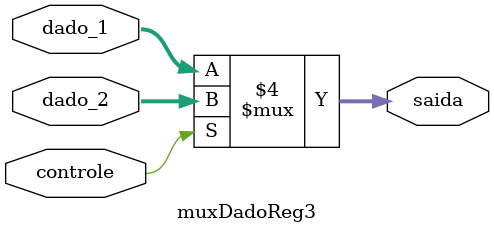
<source format=v>
module muxDadoReg3(
dado_1,
dado_2,
controle,
saida
);

input [4:0] dado_1, dado_2;
input controle;

output reg [4:0] saida;

always @(dado_1 or dado_2 or controle) begin
	if(controle == 1'b1)
		saida = dado_2;
	else
		saida = dado_1;
end

endmodule

</source>
